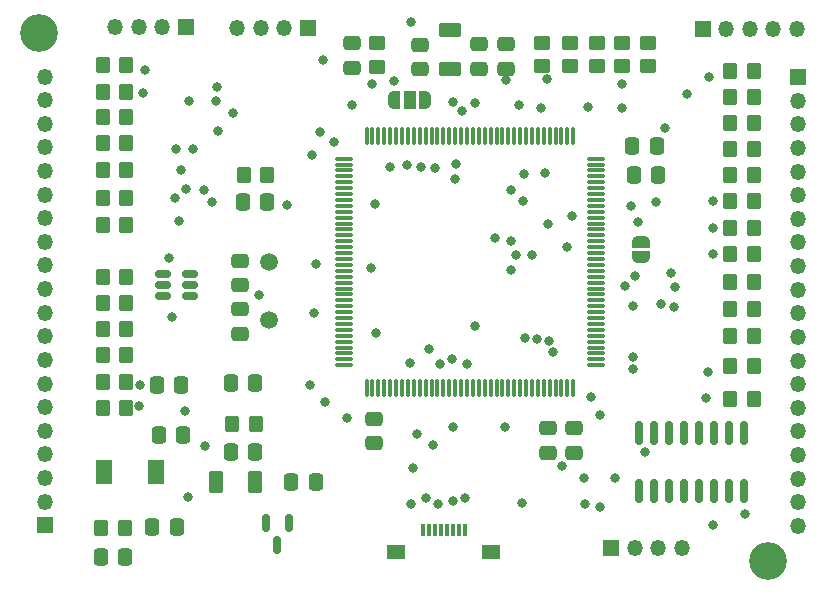
<source format=gbr>
%TF.GenerationSoftware,KiCad,Pcbnew,(6.0.2)*%
%TF.CreationDate,2022-10-19T15:06:20+05:30*%
%TF.ProjectId,flight_controller,666c6967-6874-45f6-936f-6e74726f6c6c,rev?*%
%TF.SameCoordinates,Original*%
%TF.FileFunction,Soldermask,Top*%
%TF.FilePolarity,Negative*%
%FSLAX46Y46*%
G04 Gerber Fmt 4.6, Leading zero omitted, Abs format (unit mm)*
G04 Created by KiCad (PCBNEW (6.0.2)) date 2022-10-19 15:06:20*
%MOMM*%
%LPD*%
G01*
G04 APERTURE LIST*
G04 Aperture macros list*
%AMRoundRect*
0 Rectangle with rounded corners*
0 $1 Rounding radius*
0 $2 $3 $4 $5 $6 $7 $8 $9 X,Y pos of 4 corners*
0 Add a 4 corners polygon primitive as box body*
4,1,4,$2,$3,$4,$5,$6,$7,$8,$9,$2,$3,0*
0 Add four circle primitives for the rounded corners*
1,1,$1+$1,$2,$3*
1,1,$1+$1,$4,$5*
1,1,$1+$1,$6,$7*
1,1,$1+$1,$8,$9*
0 Add four rect primitives between the rounded corners*
20,1,$1+$1,$2,$3,$4,$5,0*
20,1,$1+$1,$4,$5,$6,$7,0*
20,1,$1+$1,$6,$7,$8,$9,0*
20,1,$1+$1,$8,$9,$2,$3,0*%
%AMFreePoly0*
4,1,22,0.500000,-0.750000,0.000000,-0.750000,0.000000,-0.745033,-0.079941,-0.743568,-0.215256,-0.701293,-0.333266,-0.622738,-0.424486,-0.514219,-0.481581,-0.384460,-0.499164,-0.250000,-0.500000,-0.250000,-0.500000,0.250000,-0.499164,0.250000,-0.499963,0.256109,-0.478152,0.396186,-0.417904,0.524511,-0.324060,0.630769,-0.204165,0.706417,-0.067858,0.745374,0.000000,0.744959,0.000000,0.750000,
0.500000,0.750000,0.500000,-0.750000,0.500000,-0.750000,$1*%
%AMFreePoly1*
4,1,20,0.000000,0.744959,0.073905,0.744508,0.209726,0.703889,0.328688,0.626782,0.421226,0.519385,0.479903,0.390333,0.500000,0.250000,0.500000,-0.250000,0.499851,-0.262216,0.476331,-0.402017,0.414519,-0.529596,0.319384,-0.634700,0.198574,-0.708877,0.061801,-0.746166,0.000000,-0.745033,0.000000,-0.750000,-0.500000,-0.750000,-0.500000,0.750000,0.000000,0.750000,0.000000,0.744959,
0.000000,0.744959,$1*%
%AMFreePoly2*
4,1,22,0.550000,-0.750000,0.000000,-0.750000,0.000000,-0.745033,-0.079941,-0.743568,-0.215256,-0.701293,-0.333266,-0.622738,-0.424486,-0.514219,-0.481581,-0.384460,-0.499164,-0.250000,-0.500000,-0.250000,-0.500000,0.250000,-0.499164,0.250000,-0.499963,0.256109,-0.478152,0.396186,-0.417904,0.524511,-0.324060,0.630769,-0.204165,0.706417,-0.067858,0.745374,0.000000,0.744959,0.000000,0.750000,
0.550000,0.750000,0.550000,-0.750000,0.550000,-0.750000,$1*%
%AMFreePoly3*
4,1,20,0.000000,0.744959,0.073905,0.744508,0.209726,0.703889,0.328688,0.626782,0.421226,0.519385,0.479903,0.390333,0.500000,0.250000,0.500000,-0.250000,0.499851,-0.262216,0.476331,-0.402017,0.414519,-0.529596,0.319384,-0.634700,0.198574,-0.708877,0.061801,-0.746166,0.000000,-0.745033,0.000000,-0.750000,-0.550000,-0.750000,-0.550000,0.750000,0.000000,0.750000,0.000000,0.744959,
0.000000,0.744959,$1*%
G04 Aperture macros list end*
%ADD10RoundRect,0.250000X-0.350000X-0.450000X0.350000X-0.450000X0.350000X0.450000X-0.350000X0.450000X0*%
%ADD11RoundRect,0.250000X0.350000X0.450000X-0.350000X0.450000X-0.350000X-0.450000X0.350000X-0.450000X0*%
%ADD12RoundRect,0.250000X0.337500X0.475000X-0.337500X0.475000X-0.337500X-0.475000X0.337500X-0.475000X0*%
%ADD13RoundRect,0.250000X0.450000X-0.350000X0.450000X0.350000X-0.450000X0.350000X-0.450000X-0.350000X0*%
%ADD14RoundRect,0.075000X-0.662500X-0.075000X0.662500X-0.075000X0.662500X0.075000X-0.662500X0.075000X0*%
%ADD15RoundRect,0.075000X-0.075000X-0.662500X0.075000X-0.662500X0.075000X0.662500X-0.075000X0.662500X0*%
%ADD16RoundRect,0.250000X0.475000X-0.337500X0.475000X0.337500X-0.475000X0.337500X-0.475000X-0.337500X0*%
%ADD17FreePoly0,90.000000*%
%ADD18FreePoly1,90.000000*%
%ADD19RoundRect,0.150000X-0.150000X0.587500X-0.150000X-0.587500X0.150000X-0.587500X0.150000X0.587500X0*%
%ADD20C,3.200000*%
%ADD21R,1.350000X1.350000*%
%ADD22O,1.350000X1.350000*%
%ADD23RoundRect,0.250000X-0.475000X0.337500X-0.475000X-0.337500X0.475000X-0.337500X0.475000X0.337500X0*%
%ADD24R,0.300000X1.000000*%
%ADD25R,1.650000X1.300000*%
%ADD26RoundRect,0.250000X-0.337500X-0.475000X0.337500X-0.475000X0.337500X0.475000X-0.337500X0.475000X0*%
%ADD27FreePoly2,0.000000*%
%ADD28R,1.000000X1.500000*%
%ADD29FreePoly3,0.000000*%
%ADD30RoundRect,0.150000X0.150000X-0.825000X0.150000X0.825000X-0.150000X0.825000X-0.150000X-0.825000X0*%
%ADD31RoundRect,0.250000X0.362500X0.700000X-0.362500X0.700000X-0.362500X-0.700000X0.362500X-0.700000X0*%
%ADD32RoundRect,0.150000X-0.512500X-0.150000X0.512500X-0.150000X0.512500X0.150000X-0.512500X0.150000X0*%
%ADD33R,1.400000X2.100000*%
%ADD34RoundRect,0.250000X-0.450000X0.350000X-0.450000X-0.350000X0.450000X-0.350000X0.450000X0.350000X0*%
%ADD35RoundRect,0.250000X-0.700000X0.362500X-0.700000X-0.362500X0.700000X-0.362500X0.700000X0.362500X0*%
%ADD36C,1.500000*%
%ADD37C,0.800000*%
G04 APERTURE END LIST*
D10*
%TO.C,R25*%
X111150000Y-130550000D03*
X113150000Y-130550000D03*
%TD*%
%TO.C,R26*%
X111150000Y-133350000D03*
X113150000Y-133350000D03*
%TD*%
D11*
%TO.C,R34*%
X60000000Y-123000000D03*
X58000000Y-123000000D03*
%TD*%
D12*
%TO.C,C3*%
X64675000Y-132150000D03*
X62600000Y-132150000D03*
%TD*%
D10*
%TO.C,R24*%
X111150000Y-128050000D03*
X113150000Y-128050000D03*
%TD*%
D13*
%TO.C,R7*%
X97600000Y-105200000D03*
X97600000Y-103200000D03*
%TD*%
D14*
%TO.C,U1*%
X78437500Y-113000000D03*
X78437500Y-113500000D03*
X78437500Y-114000000D03*
X78437500Y-114500000D03*
X78437500Y-115000000D03*
X78437500Y-115500000D03*
X78437500Y-116000000D03*
X78437500Y-116500000D03*
X78437500Y-117000000D03*
X78437500Y-117500000D03*
X78437500Y-118000000D03*
X78437500Y-118500000D03*
X78437500Y-119000000D03*
X78437500Y-119500000D03*
X78437500Y-120000000D03*
X78437500Y-120500000D03*
X78437500Y-121000000D03*
X78437500Y-121500000D03*
X78437500Y-122000000D03*
X78437500Y-122500000D03*
X78437500Y-123000000D03*
X78437500Y-123500000D03*
X78437500Y-124000000D03*
X78437500Y-124500000D03*
X78437500Y-125000000D03*
X78437500Y-125500000D03*
X78437500Y-126000000D03*
X78437500Y-126500000D03*
X78437500Y-127000000D03*
X78437500Y-127500000D03*
X78437500Y-128000000D03*
X78437500Y-128500000D03*
X78437500Y-129000000D03*
X78437500Y-129500000D03*
X78437500Y-130000000D03*
X78437500Y-130500000D03*
D15*
X80350000Y-132412500D03*
X80850000Y-132412500D03*
X81350000Y-132412500D03*
X81850000Y-132412500D03*
X82350000Y-132412500D03*
X82850000Y-132412500D03*
X83350000Y-132412500D03*
X83850000Y-132412500D03*
X84350000Y-132412500D03*
X84850000Y-132412500D03*
X85350000Y-132412500D03*
X85850000Y-132412500D03*
X86350000Y-132412500D03*
X86850000Y-132412500D03*
X87350000Y-132412500D03*
X87850000Y-132412500D03*
X88350000Y-132412500D03*
X88850000Y-132412500D03*
X89350000Y-132412500D03*
X89850000Y-132412500D03*
X90350000Y-132412500D03*
X90850000Y-132412500D03*
X91350000Y-132412500D03*
X91850000Y-132412500D03*
X92350000Y-132412500D03*
X92850000Y-132412500D03*
X93350000Y-132412500D03*
X93850000Y-132412500D03*
X94350000Y-132412500D03*
X94850000Y-132412500D03*
X95350000Y-132412500D03*
X95850000Y-132412500D03*
X96350000Y-132412500D03*
X96850000Y-132412500D03*
X97350000Y-132412500D03*
X97850000Y-132412500D03*
D14*
X99762500Y-130500000D03*
X99762500Y-130000000D03*
X99762500Y-129500000D03*
X99762500Y-129000000D03*
X99762500Y-128500000D03*
X99762500Y-128000000D03*
X99762500Y-127500000D03*
X99762500Y-127000000D03*
X99762500Y-126500000D03*
X99762500Y-126000000D03*
X99762500Y-125500000D03*
X99762500Y-125000000D03*
X99762500Y-124500000D03*
X99762500Y-124000000D03*
X99762500Y-123500000D03*
X99762500Y-123000000D03*
X99762500Y-122500000D03*
X99762500Y-122000000D03*
X99762500Y-121500000D03*
X99762500Y-121000000D03*
X99762500Y-120500000D03*
X99762500Y-120000000D03*
X99762500Y-119500000D03*
X99762500Y-119000000D03*
X99762500Y-118500000D03*
X99762500Y-118000000D03*
X99762500Y-117500000D03*
X99762500Y-117000000D03*
X99762500Y-116500000D03*
X99762500Y-116000000D03*
X99762500Y-115500000D03*
X99762500Y-115000000D03*
X99762500Y-114500000D03*
X99762500Y-114000000D03*
X99762500Y-113500000D03*
X99762500Y-113000000D03*
D15*
X97850000Y-111087500D03*
X97350000Y-111087500D03*
X96850000Y-111087500D03*
X96350000Y-111087500D03*
X95850000Y-111087500D03*
X95350000Y-111087500D03*
X94850000Y-111087500D03*
X94350000Y-111087500D03*
X93850000Y-111087500D03*
X93350000Y-111087500D03*
X92850000Y-111087500D03*
X92350000Y-111087500D03*
X91850000Y-111087500D03*
X91350000Y-111087500D03*
X90850000Y-111087500D03*
X90350000Y-111087500D03*
X89850000Y-111087500D03*
X89350000Y-111087500D03*
X88850000Y-111087500D03*
X88350000Y-111087500D03*
X87850000Y-111087500D03*
X87350000Y-111087500D03*
X86850000Y-111087500D03*
X86350000Y-111087500D03*
X85850000Y-111087500D03*
X85350000Y-111087500D03*
X84850000Y-111087500D03*
X84350000Y-111087500D03*
X83850000Y-111087500D03*
X83350000Y-111087500D03*
X82850000Y-111087500D03*
X82350000Y-111087500D03*
X81850000Y-111087500D03*
X81350000Y-111087500D03*
X80850000Y-111087500D03*
X80350000Y-111087500D03*
%TD*%
D16*
%TO.C,C4*%
X69650000Y-127837500D03*
X69650000Y-125762500D03*
%TD*%
D17*
%TO.C,JP2*%
X103600000Y-121350000D03*
D18*
X103600000Y-120050000D03*
%TD*%
D11*
%TO.C,R38*%
X60000000Y-111700000D03*
X58000000Y-111700000D03*
%TD*%
D13*
%TO.C,R8*%
X95200000Y-105200000D03*
X95200000Y-103200000D03*
%TD*%
D19*
%TO.C,D2*%
X73750000Y-143862500D03*
X71850000Y-143862500D03*
X72800000Y-145737500D03*
%TD*%
D11*
%TO.C,R35*%
X60000000Y-118600000D03*
X58000000Y-118600000D03*
%TD*%
D20*
%TO.C,H1*%
X52578000Y-102362000D03*
%TD*%
D21*
%TO.C,J7*%
X116900000Y-106100000D03*
D22*
X116900000Y-108100000D03*
X116900000Y-110100000D03*
X116900000Y-112100000D03*
X116900000Y-114100000D03*
X116900000Y-116100000D03*
X116900000Y-118100000D03*
X116900000Y-120100000D03*
X116900000Y-122100000D03*
X116900000Y-124100000D03*
X116900000Y-126100000D03*
X116900000Y-128100000D03*
X116900000Y-130100000D03*
X116900000Y-132100000D03*
X116900000Y-134100000D03*
X116900000Y-136100000D03*
X116900000Y-138100000D03*
X116900000Y-140100000D03*
X116900000Y-142100000D03*
X116900000Y-144100000D03*
%TD*%
D13*
%TO.C,R5*%
X104200000Y-105200000D03*
X104200000Y-103200000D03*
%TD*%
D23*
%TO.C,C9*%
X80950000Y-135012500D03*
X80950000Y-137087500D03*
%TD*%
D24*
%TO.C,J6*%
X85150000Y-144450000D03*
X85650000Y-144450000D03*
X86150000Y-144450000D03*
X86650000Y-144450000D03*
X87150000Y-144450000D03*
X87650000Y-144450000D03*
X88150000Y-144450000D03*
X88650000Y-144450000D03*
D25*
X82875000Y-146350000D03*
X90925000Y-146350000D03*
%TD*%
D26*
%TO.C,C8*%
X102962500Y-114400000D03*
X105037500Y-114400000D03*
%TD*%
D21*
%TO.C,J8*%
X53100000Y-144050000D03*
D22*
X53100000Y-142050000D03*
X53100000Y-140050000D03*
X53100000Y-138050000D03*
X53100000Y-136050000D03*
X53100000Y-134050000D03*
X53100000Y-132050000D03*
X53100000Y-130050000D03*
X53100000Y-128050000D03*
X53100000Y-126050000D03*
X53100000Y-124050000D03*
X53100000Y-122050000D03*
X53100000Y-120050000D03*
X53100000Y-118050000D03*
X53100000Y-116050000D03*
X53100000Y-114050000D03*
X53100000Y-112050000D03*
X53100000Y-110050000D03*
X53100000Y-108050000D03*
X53100000Y-106050000D03*
%TD*%
D12*
%TO.C,C21*%
X64287500Y-144200000D03*
X62212500Y-144200000D03*
%TD*%
D10*
%TO.C,R21*%
X111150000Y-121100000D03*
X113150000Y-121100000D03*
%TD*%
D11*
%TO.C,R37*%
X60000000Y-113950000D03*
X58000000Y-113950000D03*
%TD*%
%TO.C,R39*%
X60000000Y-109500000D03*
X58000000Y-109500000D03*
%TD*%
D12*
%TO.C,C23*%
X64837500Y-136400000D03*
X62762500Y-136400000D03*
%TD*%
D11*
%TO.C,R1*%
X70950000Y-135450000D03*
X68950000Y-135450000D03*
%TD*%
D12*
%TO.C,C24*%
X59900000Y-146700000D03*
X57825000Y-146700000D03*
%TD*%
D13*
%TO.C,R4*%
X102000000Y-105200000D03*
X102000000Y-103200000D03*
%TD*%
D11*
%TO.C,R31*%
X60000000Y-129650000D03*
X58000000Y-129650000D03*
%TD*%
D10*
%TO.C,R19*%
X111150000Y-116600000D03*
X113150000Y-116600000D03*
%TD*%
%TO.C,R23*%
X111150000Y-125750000D03*
X113150000Y-125750000D03*
%TD*%
D27*
%TO.C,JP1*%
X82700000Y-108000000D03*
D28*
X84000000Y-108000000D03*
D29*
X85300000Y-108000000D03*
%TD*%
D11*
%TO.C,R41*%
X60000000Y-105100000D03*
X58000000Y-105100000D03*
%TD*%
D13*
%TO.C,R6*%
X99850000Y-105200000D03*
X99850000Y-103200000D03*
%TD*%
D16*
%TO.C,C12*%
X84850000Y-105437500D03*
X84850000Y-103362500D03*
%TD*%
D10*
%TO.C,R16*%
X111150000Y-109950000D03*
X113150000Y-109950000D03*
%TD*%
D11*
%TO.C,R40*%
X60000000Y-107350000D03*
X58000000Y-107350000D03*
%TD*%
D30*
%TO.C,U8*%
X103455000Y-141175000D03*
X104725000Y-141175000D03*
X105995000Y-141175000D03*
X107265000Y-141175000D03*
X108535000Y-141175000D03*
X109805000Y-141175000D03*
X111075000Y-141175000D03*
X112345000Y-141175000D03*
X112345000Y-136225000D03*
X111075000Y-136225000D03*
X109805000Y-136225000D03*
X108535000Y-136225000D03*
X107265000Y-136225000D03*
X105995000Y-136225000D03*
X104725000Y-136225000D03*
X103455000Y-136225000D03*
%TD*%
D10*
%TO.C,R2*%
X69950000Y-114350000D03*
X71950000Y-114350000D03*
%TD*%
D16*
%TO.C,C16*%
X92150000Y-105387500D03*
X92150000Y-103312500D03*
%TD*%
D31*
%TO.C,FB1*%
X70925000Y-140400000D03*
X67600000Y-140400000D03*
%TD*%
D11*
%TO.C,R29*%
X60000000Y-134150000D03*
X58000000Y-134150000D03*
%TD*%
D10*
%TO.C,R15*%
X111150000Y-107800000D03*
X113150000Y-107800000D03*
%TD*%
D26*
%TO.C,C11*%
X102862500Y-111900000D03*
X104937500Y-111900000D03*
%TD*%
D12*
%TO.C,C6*%
X71950000Y-116650000D03*
X69875000Y-116650000D03*
%TD*%
D23*
%TO.C,C1*%
X69650000Y-121662500D03*
X69650000Y-123737500D03*
%TD*%
D12*
%TO.C,C5*%
X70937500Y-132000000D03*
X68862500Y-132000000D03*
%TD*%
D10*
%TO.C,R9*%
X57862500Y-144250000D03*
X59862500Y-144250000D03*
%TD*%
%TO.C,R17*%
X111150000Y-112150000D03*
X113150000Y-112150000D03*
%TD*%
D11*
%TO.C,R36*%
X60000000Y-116300000D03*
X58000000Y-116300000D03*
%TD*%
D32*
%TO.C,U9*%
X63112500Y-122750000D03*
X63112500Y-123700000D03*
X63112500Y-124650000D03*
X65387500Y-124650000D03*
X65387500Y-123700000D03*
X65387500Y-122750000D03*
%TD*%
D20*
%TO.C,H2*%
X114300000Y-147066000D03*
%TD*%
D10*
%TO.C,R14*%
X111150000Y-105600000D03*
X113150000Y-105600000D03*
%TD*%
%TO.C,R18*%
X111150000Y-114350000D03*
X113150000Y-114350000D03*
%TD*%
D33*
%TO.C,D1*%
X62500000Y-139500000D03*
X58100000Y-139500000D03*
%TD*%
D11*
%TO.C,R33*%
X60000000Y-125250000D03*
X58000000Y-125250000D03*
%TD*%
D10*
%TO.C,R22*%
X111150000Y-123450000D03*
X113150000Y-123450000D03*
%TD*%
D23*
%TO.C,C7*%
X95700000Y-135812500D03*
X95700000Y-137887500D03*
%TD*%
D10*
%TO.C,R20*%
X111150000Y-118850000D03*
X113150000Y-118850000D03*
%TD*%
D16*
%TO.C,C15*%
X89900000Y-105375000D03*
X89900000Y-103300000D03*
%TD*%
D34*
%TO.C,R3*%
X81250000Y-103250000D03*
X81250000Y-105250000D03*
%TD*%
D23*
%TO.C,C10*%
X97950000Y-135812500D03*
X97950000Y-137887500D03*
%TD*%
D16*
%TO.C,C2*%
X79100000Y-105325000D03*
X79100000Y-103250000D03*
%TD*%
D11*
%TO.C,R30*%
X60000000Y-131900000D03*
X58000000Y-131900000D03*
%TD*%
%TO.C,R32*%
X60000000Y-127400000D03*
X58000000Y-127400000D03*
%TD*%
D12*
%TO.C,C13*%
X70937500Y-137800000D03*
X68862500Y-137800000D03*
%TD*%
D35*
%TO.C,FB2*%
X87400000Y-102087500D03*
X87400000Y-105412500D03*
%TD*%
D26*
%TO.C,C14*%
X73962500Y-140400000D03*
X76037500Y-140400000D03*
%TD*%
D21*
%TO.C,J3*%
X108800000Y-102050000D03*
D22*
X110800000Y-102050000D03*
X112800000Y-102050000D03*
X114800000Y-102050000D03*
X116800000Y-102050000D03*
%TD*%
D21*
%TO.C,J2*%
X65050000Y-101900000D03*
D22*
X63050000Y-101900000D03*
X61050000Y-101900000D03*
X59050000Y-101900000D03*
%TD*%
D36*
%TO.C,Y1*%
X72050000Y-121750000D03*
X72050000Y-126630000D03*
%TD*%
D21*
%TO.C,J1*%
X75400000Y-101950000D03*
D22*
X73400000Y-101950000D03*
X71400000Y-101950000D03*
X69400000Y-101950000D03*
%TD*%
D21*
%TO.C,J5*%
X101050000Y-146000000D03*
D22*
X103050000Y-146000000D03*
X105050000Y-146000000D03*
X107050000Y-146000000D03*
%TD*%
D37*
X73600000Y-116925500D03*
X81025000Y-116825000D03*
X92125000Y-106375000D03*
X82300000Y-113750000D03*
X86578063Y-130355908D03*
X65200000Y-141650000D03*
X65000000Y-134400000D03*
X85344000Y-141732000D03*
X93700000Y-114300000D03*
X95100000Y-108700000D03*
X95618347Y-106287411D03*
X66700000Y-137350000D03*
X107500000Y-107500000D03*
X65300000Y-108150000D03*
X100150000Y-134700000D03*
X75900000Y-126050000D03*
X78700000Y-134950000D03*
X93523299Y-142148701D03*
X85933299Y-137241299D03*
X98725000Y-140075000D03*
X76650000Y-104650000D03*
X76100000Y-121950000D03*
X95450000Y-114200000D03*
X103350000Y-118350000D03*
X102000000Y-106700000D03*
X103900000Y-137800000D03*
X82700000Y-106400000D03*
X71200000Y-124550000D03*
X87630000Y-135723500D03*
X64650000Y-113950000D03*
X109650000Y-144000000D03*
X76400000Y-110750000D03*
X104850000Y-116650000D03*
X109350000Y-106050000D03*
X112395000Y-143129000D03*
X93250000Y-108500000D03*
X96900000Y-139050000D03*
X99350000Y-133150000D03*
X63850000Y-126450000D03*
X97750000Y-117900000D03*
X77550000Y-111600000D03*
X92050000Y-135723500D03*
X99100000Y-108650000D03*
X105650000Y-110400000D03*
X84150000Y-101450000D03*
X101346000Y-140050000D03*
X102000000Y-108700000D03*
X102750000Y-117050000D03*
X106150000Y-122650000D03*
X93750000Y-128200000D03*
X106500000Y-123850000D03*
X94751238Y-128258716D03*
X105300000Y-125300000D03*
X95800000Y-128449500D03*
X106400000Y-125550000D03*
X96100381Y-129402797D03*
X109650000Y-116600000D03*
X102900500Y-125450000D03*
X109700000Y-118850000D03*
X102250000Y-123750000D03*
X103050000Y-122900000D03*
X109700000Y-121050000D03*
X76800000Y-133650000D03*
X61100000Y-133950000D03*
X61150000Y-132150000D03*
X75550000Y-132200000D03*
X93600000Y-116550000D03*
X67250000Y-116650000D03*
X100076000Y-142494000D03*
X109100000Y-133250000D03*
X92550000Y-115700000D03*
X66600000Y-115700000D03*
X64500000Y-118250000D03*
X91254977Y-119745023D03*
X92550000Y-119974489D03*
X64100000Y-116300000D03*
X65100000Y-115550000D03*
X94350000Y-121200000D03*
X64250000Y-112200000D03*
X87850000Y-114700000D03*
X87900000Y-113450000D03*
X65650000Y-112200000D03*
X80850000Y-106700000D03*
X79150000Y-108500000D03*
X67700000Y-106900000D03*
X69000000Y-109100000D03*
X67625000Y-108125000D03*
X102870000Y-129794000D03*
X102870000Y-130810000D03*
X80750000Y-122300000D03*
X81150000Y-127750000D03*
X84050000Y-130300000D03*
X75750000Y-112700000D03*
X67800000Y-110650000D03*
X89500000Y-127150000D03*
X61400000Y-107450000D03*
X92550000Y-122400000D03*
X93000000Y-121150000D03*
X61550000Y-105500000D03*
X97350000Y-120450000D03*
X95750000Y-118550000D03*
X87630000Y-108204000D03*
X87550000Y-130000000D03*
X84950000Y-113750000D03*
X85600000Y-129100000D03*
X83750000Y-113550000D03*
X89500000Y-108300000D03*
X86125500Y-113800011D03*
X88392000Y-108966000D03*
X88850000Y-130350000D03*
X87630000Y-141986000D03*
X86360000Y-142240000D03*
X84074000Y-142240000D03*
X63650000Y-121400000D03*
X88646000Y-141732000D03*
X84650000Y-136300000D03*
X84250000Y-139200000D03*
X109250000Y-131100000D03*
X98806000Y-142240000D03*
M02*

</source>
